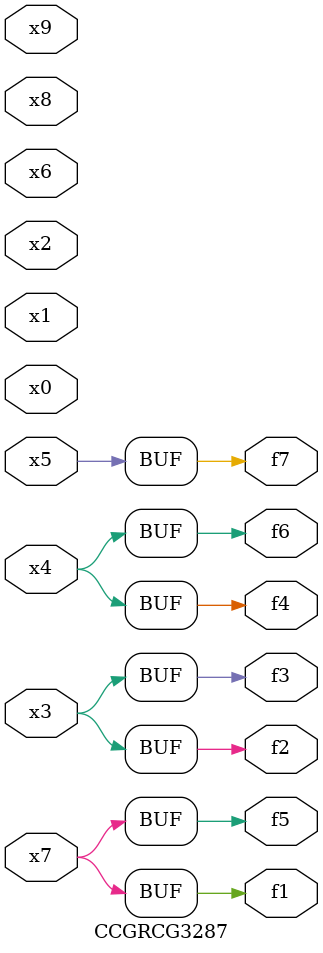
<source format=v>
module CCGRCG3287(
	input x0, x1, x2, x3, x4, x5, x6, x7, x8, x9,
	output f1, f2, f3, f4, f5, f6, f7
);
	assign f1 = x7;
	assign f2 = x3;
	assign f3 = x3;
	assign f4 = x4;
	assign f5 = x7;
	assign f6 = x4;
	assign f7 = x5;
endmodule

</source>
